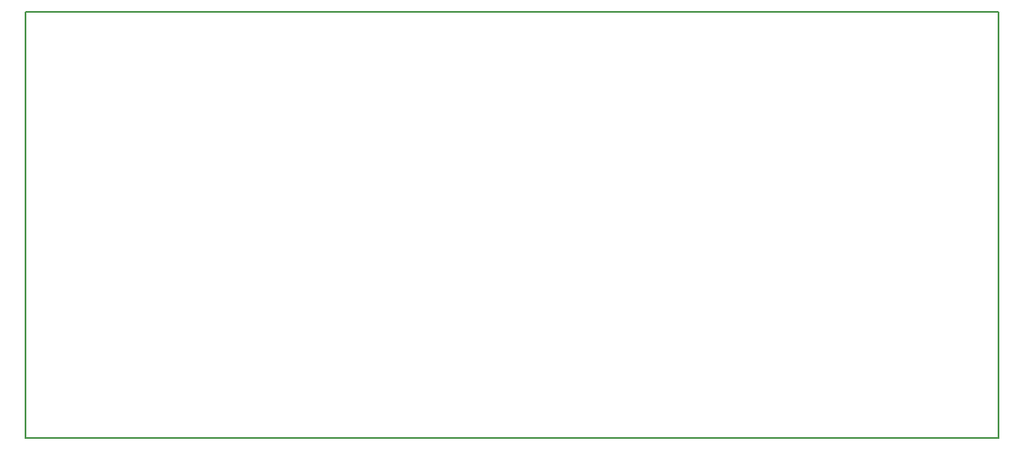
<source format=gbr>
G04 #@! TF.FileFunction,Profile,NP*
%FSLAX46Y46*%
G04 Gerber Fmt 4.6, Leading zero omitted, Abs format (unit mm)*
G04 Created by KiCad (PCBNEW 4.0.2-stable) date 17/08/2016 20:59:21*
%MOMM*%
G01*
G04 APERTURE LIST*
%ADD10C,0.100000*%
%ADD11C,0.150000*%
G04 APERTURE END LIST*
D10*
D11*
X131500000Y-85000000D02*
X131500000Y-42500000D01*
X34500000Y-42500000D02*
X131500000Y-42500000D01*
X34500000Y-43500000D02*
X34500000Y-42500000D01*
X34500000Y-85000000D02*
X34500000Y-43500000D01*
X37750000Y-85000000D02*
X34500000Y-85000000D01*
X131500000Y-85000000D02*
X40750000Y-85000000D01*
X40750000Y-85000000D02*
X37750000Y-85000000D01*
M02*

</source>
